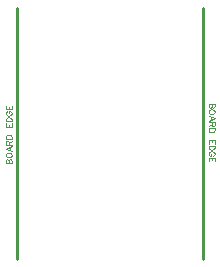
<source format=gbr>
G04 DipTrace 3.1.0.1*
G04 TopAssy.gbr*
%MOIN*%
G04 #@! TF.FileFunction,Drawing,Top*
G04 #@! TF.Part,Single*
%ADD10C,0.009843*%
%ADD35C,0.003088*%
%FSLAX26Y26*%
G04*
G70*
G90*
G75*
G01*
G04 TopAssy*
%LPD*%
X396355Y424793D2*
D10*
Y1262588D1*
X1016129Y1262823D2*
Y425028D1*
X358056Y744280D2*
D35*
X378152D1*
X378153Y752902D1*
X377180Y755776D1*
X376229Y756727D1*
X374328Y757677D1*
X371454D1*
X369530Y756727D1*
X368580Y755776D1*
X367629Y752902D1*
X366656Y755776D1*
X365706Y756727D1*
X363805Y757677D1*
X361881D1*
X359980Y756727D1*
X359007Y755776D1*
X358056Y752902D1*
Y744280D1*
X367629D2*
Y752902D1*
X358057Y769601D2*
X359007Y767678D1*
X360931Y765776D1*
X362832Y764804D1*
X365706Y763853D1*
X370503D1*
X373355Y764804D1*
X375278Y765776D1*
X377180Y767678D1*
X378152Y769601D1*
Y773426D1*
X377180Y775327D1*
X375278Y777250D1*
X373355Y778201D1*
X370503Y779152D1*
X365706D1*
X362832Y778201D1*
X360931Y777250D1*
X359007Y775327D1*
X358057Y773426D1*
Y769601D1*
X378152Y800648D2*
X358056Y792977D1*
X378152Y785327D1*
X371454Y788201D2*
Y797774D1*
X367629Y806824D2*
Y815424D1*
X366656Y818298D1*
X365706Y819270D1*
X363805Y820221D1*
X361881D1*
X359980Y819270D1*
X359007Y818298D1*
X358056Y815424D1*
Y806824D1*
X378152D1*
X367629Y813522D2*
X378152Y820221D1*
X358056Y826397D2*
X378152D1*
Y833095D1*
X377180Y835969D1*
X375278Y837893D1*
X373355Y838843D1*
X370503Y839794D1*
X365706D1*
X362832Y838843D1*
X360930Y837893D1*
X359007Y835969D1*
X358056Y833095D1*
Y826397D1*
Y877835D2*
Y865410D1*
X378152D1*
Y877835D1*
X367629Y865410D2*
Y873059D1*
X358056Y884010D2*
X378152D1*
Y890709D1*
X377180Y893583D1*
X375278Y895506D1*
X373355Y896457D1*
X370503Y897408D1*
X365706D1*
X362832Y896457D1*
X360930Y895506D1*
X359007Y893583D1*
X358056Y890709D1*
Y884010D1*
X362832Y917931D2*
X360930Y916981D1*
X359007Y915057D1*
X358056Y913156D1*
Y909331D1*
X359007Y907408D1*
X360930Y905507D1*
X362832Y904534D1*
X365706Y903583D1*
X370503D1*
X373355Y904534D1*
X375278Y905507D1*
X377180Y907408D1*
X378152Y909331D1*
Y913156D1*
X377180Y915057D1*
X375278Y916981D1*
X373355Y917931D1*
X370503D1*
Y913156D1*
X358056Y936532D2*
Y924107D1*
X378152D1*
Y936532D1*
X367629Y924107D2*
Y931756D1*
X1054428Y943335D2*
X1034332D1*
Y934713D1*
X1035304Y931839D1*
X1036255Y930889D1*
X1038156Y929938D1*
X1041030D1*
X1042954Y930889D1*
X1043904Y931839D1*
X1044855Y934713D1*
X1045828Y931839D1*
X1046778Y930889D1*
X1048680Y929938D1*
X1050603D1*
X1052504Y930889D1*
X1053477Y931839D1*
X1054428Y934713D1*
Y943335D1*
X1044855D2*
Y934713D1*
X1054428Y918014D2*
X1053477Y919938D1*
X1051554Y921839D1*
X1049652Y922812D1*
X1046778Y923763D1*
X1041981D1*
X1039129Y922812D1*
X1037206Y921839D1*
X1035305Y919938D1*
X1034332Y918015D1*
Y914190D1*
X1035305Y912289D1*
X1037206Y910365D1*
X1039129Y909415D1*
X1041981Y908464D1*
X1046778D1*
X1049652Y909415D1*
X1051554Y910365D1*
X1053477Y912289D1*
X1054428Y914190D1*
Y918014D1*
X1034332Y886968D2*
X1054428Y894639D1*
X1034332Y902288D1*
X1041030Y899414D2*
Y889842D1*
X1044855Y880792D2*
Y872192D1*
X1045828Y869318D1*
X1046778Y868345D1*
X1048680Y867395D1*
X1050603D1*
X1052504Y868345D1*
X1053477Y869318D1*
X1054428Y872192D1*
Y880792D1*
X1034332D1*
X1044855Y874093D2*
X1034332Y867395D1*
X1054428Y861219D2*
X1034332D1*
Y854520D1*
X1035305Y851646D1*
X1037206Y849723D1*
X1039129Y848772D1*
X1041981Y847821D1*
X1046778D1*
X1049652Y848772D1*
X1051554Y849723D1*
X1053477Y851646D1*
X1054428Y854520D1*
Y861219D1*
Y809781D2*
Y822205D1*
X1034332D1*
Y809781D1*
X1044855Y822205D2*
Y814556D1*
X1054428Y803605D2*
X1034332D1*
Y796906D1*
X1035305Y794032D1*
X1037206Y792109D1*
X1039129Y791158D1*
X1041981Y790208D1*
X1046778D1*
X1049653Y791158D1*
X1051554Y792109D1*
X1053477Y794032D1*
X1054428Y796906D1*
Y803605D1*
X1049653Y769684D2*
X1051554Y770635D1*
X1053477Y772558D1*
X1054428Y774459D1*
Y778284D1*
X1053477Y780207D1*
X1051554Y782109D1*
X1049653Y783081D1*
X1046778Y784032D1*
X1041981D1*
X1039129Y783081D1*
X1037206Y782109D1*
X1035305Y780207D1*
X1034332Y778284D1*
Y774459D1*
X1035305Y772558D1*
X1037206Y770635D1*
X1039129Y769684D1*
X1041981D1*
Y774459D1*
X1054428Y751084D2*
Y763508D1*
X1034332D1*
Y751084D1*
X1044855Y763508D2*
Y755859D1*
M02*

</source>
